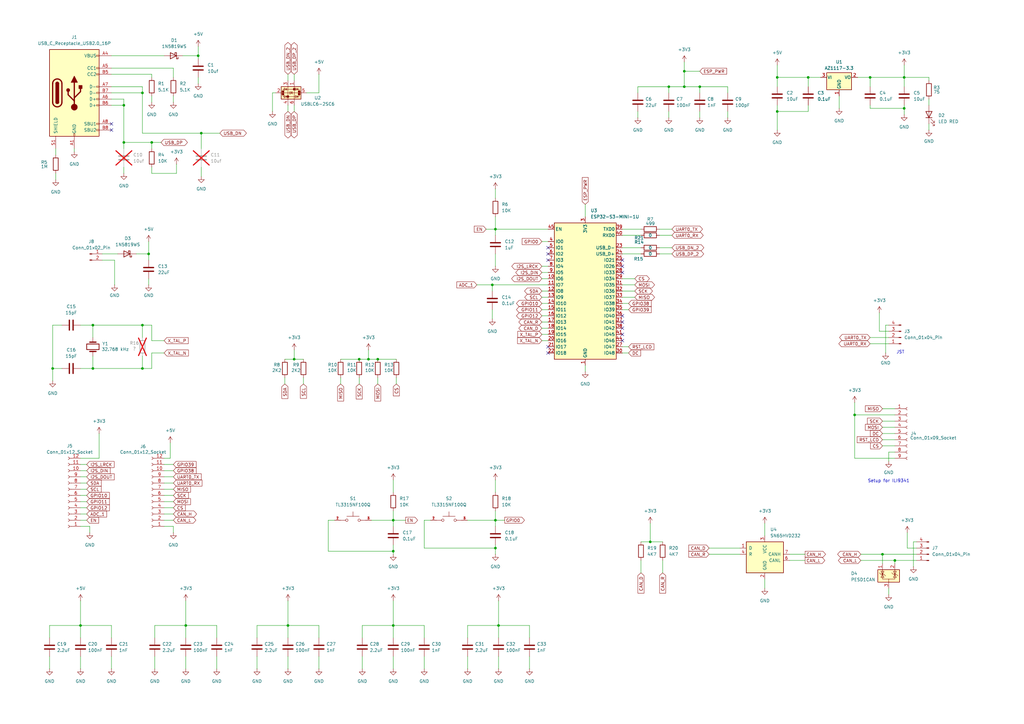
<source format=kicad_sch>
(kicad_sch (version 20231120) (generator "eeschema") (generator_version "8.0")
  (paper "A3")
  (title_block (title "FRISTACK_CORE") (company "KTK FRI UNIZA"))
  (junction (at 274.32 35.56))
  (junction (at 161.29 256.54))
  (junction (at 367.03 229.87))
  (junction (at 331.47 31.75))
  (junction (at 161.29 213.36))
  (junction (at 60.96 104.14))
  (junction (at 120.65 147.32))
  (junction (at 203.2 224.79))
  (junction (at 203.2 213.36))
  (junction (at 62.23 58.42))
  (junction (at 50.8 43.18))
  (junction (at 38.1 151.13))
  (junction (at 81.28 22.86))
  (junction (at 118.11 256.54))
  (junction (at 280.67 35.56))
  (junction (at 58.42 38.1))
  (junction (at 154.94 147.32))
  (junction (at 280.67 29.21))
  (junction (at 58.42 133.35))
  (junction (at 287.02 35.56))
  (junction (at 318.77 31.75))
  (junction (at 204.47 256.54))
  (junction (at 161.29 226.06))
  (junction (at 151.13 147.32))
  (junction (at 356.87 31.75))
  (junction (at 370.84 31.75))
  (junction (at 21.59 151.13))
  (junction (at 147.32 147.32))
  (junction (at 50.8 58.42))
  (junction (at 82.55 54.61))
  (junction (at 38.1 133.35))
  (junction (at 201.93 116.84))
  (junction (at 370.84 44.45))
  (junction (at 76.2 256.54))
  (junction (at 33.02 256.54))
  (junction (at 350.52 170.18))
  (junction (at 203.2 93.98))
  (junction (at 58.42 151.13))
  (junction (at 361.95 227.33))
  (junction (at 318.77 45.72))
  (junction (at 266.7 222.25))
  (no_connect (at 45.72 50.8))
  (no_connect (at 224.79 101.6))
  (no_connect (at 255.27 109.22))
  (no_connect (at 224.79 106.68))
  (no_connect (at 255.27 137.16))
  (no_connect (at 224.79 104.14))
  (no_connect (at 255.27 129.54))
  (no_connect (at 255.27 139.7))
  (no_connect (at 255.27 106.68))
  (no_connect (at 255.27 132.08))
  (no_connect (at 255.27 134.62))
  (no_connect (at 45.72 53.34))
  (no_connect (at 224.79 142.24))
  (no_connect (at 224.79 144.78))
  (no_connect (at 255.27 111.76))
  (wire (pts (xy 161.29 256.54) (xy 161.29 261.62)))
  (wire (pts (xy 161.29 196.85) (xy 161.29 201.93)))
  (wire (pts (xy 137.16 213.36) (xy 134.62 213.36)))
  (wire (pts (xy 21.59 133.35) (xy 21.59 151.13)))
  (wire (pts (xy 191.77 269.24) (xy 191.77 274.32)))
  (wire (pts (xy 130.81 261.62) (xy 130.81 256.54)))
  (wire (pts (xy 204.47 256.54) (xy 204.47 261.62)))
  (wire (pts (xy 374.65 222.25) (xy 375.92 222.25)))
  (wire (pts (xy 45.72 38.1) (xy 58.42 38.1)))
  (wire (pts (xy 262.89 229.87) (xy 262.89 234.95)))
  (wire (pts (xy 33.02 208.28) (xy 35.56 208.28)))
  (wire (pts (xy 67.31 203.2) (xy 71.12 203.2)))
  (wire (pts (xy 148.59 256.54) (xy 161.29 256.54)))
  (wire (pts (xy 33.02 215.9) (xy 36.83 215.9)))
  (wire (pts (xy 351.79 31.75) (xy 356.87 31.75)))
  (wire (pts (xy 203.2 213.36) (xy 203.2 215.9)))
  (wire (pts (xy 270.51 101.6) (xy 275.59 101.6)))
  (wire (pts (xy 45.72 40.64) (xy 50.8 40.64)))
  (wire (pts (xy 270.51 104.14) (xy 275.59 104.14)))
  (wire (pts (xy 45.72 30.48) (xy 62.23 30.48)))
  (wire (pts (xy 173.99 224.79) (xy 203.2 224.79)))
  (wire (pts (xy 203.2 104.14) (xy 203.2 109.22)))
  (wire (pts (xy 287.02 38.1) (xy 287.02 35.56)))
  (wire (pts (xy 67.31 144.78) (xy 62.23 144.78)))
  (wire (pts (xy 33.02 269.24) (xy 33.02 274.32)))
  (wire (pts (xy 118.11 43.18) (xy 118.11 45.72)))
  (wire (pts (xy 50.8 71.12) (xy 50.8 68.58)))
  (wire (pts (xy 76.2 246.38) (xy 76.2 256.54)))
  (wire (pts (xy 361.95 175.26) (xy 367.03 175.26)))
  (wire (pts (xy 222.25 109.22) (xy 224.79 109.22)))
  (wire (pts (xy 111.76 38.1) (xy 111.76 45.72)))
  (wire (pts (xy 203.2 93.98) (xy 203.2 88.9)))
  (wire (pts (xy 313.69 214.63) (xy 313.69 219.71)))
  (wire (pts (xy 222.25 132.08) (xy 224.79 132.08)))
  (wire (pts (xy 50.8 60.96) (xy 50.8 58.42)))
  (wire (pts (xy 217.17 269.24) (xy 217.17 274.32)))
  (wire (pts (xy 38.1 151.13) (xy 58.42 151.13)))
  (wire (pts (xy 46.99 106.68) (xy 46.99 116.84)))
  (wire (pts (xy 67.31 213.36) (xy 71.12 213.36)))
  (wire (pts (xy 195.58 116.84) (xy 201.93 116.84)))
  (wire (pts (xy 191.77 213.36) (xy 203.2 213.36)))
  (wire (pts (xy 88.9 261.62) (xy 88.9 256.54)))
  (wire (pts (xy 33.02 190.5) (xy 35.56 190.5)))
  (wire (pts (xy 173.99 213.36) (xy 173.99 224.79)))
  (wire (pts (xy 360.68 128.27) (xy 360.68 135.89)))
  (wire (pts (xy 255.27 119.38) (xy 260.35 119.38)))
  (wire (pts (xy 120.65 30.48) (xy 120.65 33.02)))
  (wire (pts (xy 33.02 256.54) (xy 33.02 261.62)))
  (wire (pts (xy 60.96 104.14) (xy 60.96 106.68)))
  (wire (pts (xy 38.1 133.35) (xy 58.42 133.35)))
  (wire (pts (xy 161.29 213.36) (xy 161.29 215.9)))
  (wire (pts (xy 71.12 215.9) (xy 71.12 218.44)))
  (wire (pts (xy 113.03 38.1) (xy 111.76 38.1)))
  (wire (pts (xy 120.65 45.72) (xy 120.65 43.18)))
  (wire (pts (xy 105.41 261.62) (xy 105.41 256.54)))
  (wire (pts (xy 33.02 195.58) (xy 35.56 195.58)))
  (wire (pts (xy 222.25 139.7) (xy 224.79 139.7)))
  (wire (pts (xy 116.84 147.32) (xy 120.65 147.32)))
  (wire (pts (xy 323.85 227.33) (xy 330.2 227.33)))
  (wire (pts (xy 45.72 269.24) (xy 45.72 274.32)))
  (wire (pts (xy 298.45 45.72) (xy 298.45 48.26)))
  (wire (pts (xy 69.85 181.61) (xy 69.85 187.96)))
  (wire (pts (xy 67.31 187.96) (xy 69.85 187.96)))
  (wire (pts (xy 203.2 93.98) (xy 203.2 96.52)))
  (wire (pts (xy 361.95 180.34) (xy 367.03 180.34)))
  (wire (pts (xy 45.72 35.56) (xy 58.42 35.56)))
  (wire (pts (xy 255.27 144.78) (xy 257.81 144.78)))
  (wire (pts (xy 62.23 144.78) (xy 62.23 151.13)))
  (wire (pts (xy 176.53 213.36) (xy 173.99 213.36)))
  (wire (pts (xy 203.2 196.85) (xy 203.2 201.93)))
  (wire (pts (xy 361.95 167.64) (xy 367.03 167.64)))
  (wire (pts (xy 162.56 154.94) (xy 162.56 157.48)))
  (wire (pts (xy 255.27 101.6) (xy 262.89 101.6)))
  (wire (pts (xy 151.13 147.32) (xy 154.94 147.32)))
  (wire (pts (xy 74.93 22.86) (xy 81.28 22.86)))
  (wire (pts (xy 45.72 27.94) (xy 71.12 27.94)))
  (wire (pts (xy 361.95 227.33) (xy 361.95 231.14)))
  (wire (pts (xy 203.2 224.79) (xy 203.2 227.33)))
  (wire (pts (xy 222.25 137.16) (xy 224.79 137.16)))
  (wire (pts (xy 261.62 45.72) (xy 261.62 48.26)))
  (wire (pts (xy 173.99 261.62) (xy 173.99 256.54)))
  (wire (pts (xy 67.31 208.28) (xy 71.12 208.28)))
  (wire (pts (xy 255.27 127) (xy 257.81 127)))
  (wire (pts (xy 22.86 71.12) (xy 22.86 73.66)))
  (wire (pts (xy 222.25 99.06) (xy 224.79 99.06)))
  (wire (pts (xy 118.11 256.54) (xy 130.81 256.54)))
  (wire (pts (xy 130.81 38.1) (xy 130.81 30.48)))
  (wire (pts (xy 350.52 170.18) (xy 367.03 170.18)))
  (wire (pts (xy 45.72 22.86) (xy 67.31 22.86)))
  (wire (pts (xy 118.11 30.48) (xy 118.11 33.02)))
  (wire (pts (xy 20.32 261.62) (xy 20.32 256.54)))
  (wire (pts (xy 360.68 135.89) (xy 364.49 135.89)))
  (wire (pts (xy 161.29 223.52) (xy 161.29 226.06)))
  (wire (pts (xy 33.02 193.04) (xy 35.56 193.04)))
  (wire (pts (xy 50.8 40.64) (xy 50.8 43.18)))
  (wire (pts (xy 139.7 147.32) (xy 147.32 147.32)))
  (wire (pts (xy 356.87 31.75) (xy 356.87 35.56)))
  (wire (pts (xy 255.27 121.92) (xy 260.35 121.92)))
  (wire (pts (xy 367.03 229.87) (xy 367.03 231.14)))
  (wire (pts (xy 105.41 269.24) (xy 105.41 274.32)))
  (wire (pts (xy 364.49 133.35) (xy 363.22 133.35)))
  (wire (pts (xy 350.52 187.96) (xy 367.03 187.96)))
  (wire (pts (xy 201.93 116.84) (xy 224.79 116.84)))
  (wire (pts (xy 67.31 200.66) (xy 71.12 200.66)))
  (wire (pts (xy 222.25 127) (xy 224.79 127)))
  (wire (pts (xy 381 50.8) (xy 381 53.34)))
  (wire (pts (xy 261.62 38.1) (xy 261.62 35.56)))
  (wire (pts (xy 367.03 229.87) (xy 375.92 229.87)))
  (wire (pts (xy 36.83 215.9) (xy 36.83 218.44)))
  (wire (pts (xy 67.31 210.82) (xy 71.12 210.82)))
  (wire (pts (xy 134.62 226.06) (xy 161.29 226.06)))
  (wire (pts (xy 161.29 226.06) (xy 161.29 227.33)))
  (wire (pts (xy 118.11 256.54) (xy 118.11 261.62)))
  (wire (pts (xy 222.25 121.92) (xy 224.79 121.92)))
  (wire (pts (xy 318.77 45.72) (xy 331.47 45.72)))
  (wire (pts (xy 372.11 218.44) (xy 372.11 224.79)))
  (wire (pts (xy 280.67 29.21) (xy 287.02 29.21)))
  (wire (pts (xy 62.23 30.48) (xy 62.23 31.75)))
  (wire (pts (xy 71.12 39.37) (xy 71.12 41.91)))
  (wire (pts (xy 331.47 31.75) (xy 336.55 31.75)))
  (wire (pts (xy 71.12 27.94) (xy 71.12 31.75)))
  (wire (pts (xy 50.8 58.42) (xy 62.23 58.42)))
  (wire (pts (xy 151.13 147.32) (xy 147.32 147.32)))
  (wire (pts (xy 58.42 146.05) (xy 58.42 151.13)))
  (wire (pts (xy 266.7 222.25) (xy 271.78 222.25)))
  (wire (pts (xy 240.03 149.86) (xy 240.03 152.4)))
  (wire (pts (xy 255.27 114.3) (xy 260.35 114.3)))
  (wire (pts (xy 67.31 139.7) (xy 62.23 139.7)))
  (wire (pts (xy 67.31 190.5) (xy 71.12 190.5)))
  (wire (pts (xy 350.52 165.1) (xy 350.52 170.18)))
  (wire (pts (xy 313.69 237.49) (xy 313.69 241.3)))
  (wire (pts (xy 105.41 256.54) (xy 118.11 256.54)))
  (wire (pts (xy 364.49 185.42) (xy 364.49 189.23)))
  (wire (pts (xy 255.27 104.14) (xy 262.89 104.14)))
  (wire (pts (xy 46.99 106.68) (xy 41.91 106.68)))
  (wire (pts (xy 41.91 104.14) (xy 48.26 104.14)))
  (wire (pts (xy 361.95 182.88) (xy 367.03 182.88)))
  (wire (pts (xy 173.99 269.24) (xy 173.99 274.32)))
  (wire (pts (xy 372.11 224.79) (xy 375.92 224.79)))
  (wire (pts (xy 134.62 213.36) (xy 134.62 226.06)))
  (wire (pts (xy 33.02 133.35) (xy 38.1 133.35)))
  (wire (pts (xy 274.32 35.56) (xy 280.67 35.56)))
  (wire (pts (xy 33.02 205.74) (xy 35.56 205.74)))
  (wire (pts (xy 30.48 60.96) (xy 30.48 62.23)))
  (wire (pts (xy 270.51 93.98) (xy 275.59 93.98)))
  (wire (pts (xy 203.2 209.55) (xy 203.2 213.36)))
  (wire (pts (xy 203.2 213.36) (xy 207.01 213.36)))
  (wire (pts (xy 33.02 200.66) (xy 35.56 200.66)))
  (wire (pts (xy 20.32 269.24) (xy 20.32 274.32)))
  (wire (pts (xy 240.03 83.82) (xy 240.03 88.9)))
  (wire (pts (xy 38.1 138.43) (xy 38.1 133.35)))
  (wire (pts (xy 62.23 58.42) (xy 62.23 60.96)))
  (wire (pts (xy 33.02 203.2) (xy 35.56 203.2)))
  (wire (pts (xy 290.83 224.79) (xy 303.53 224.79)))
  (wire (pts (xy 72.39 71.12) (xy 72.39 67.31)))
  (wire (pts (xy 353.06 227.33) (xy 361.95 227.33)))
  (wire (pts (xy 261.62 35.56) (xy 274.32 35.56)))
  (wire (pts (xy 120.65 147.32) (xy 120.65 143.51)))
  (wire (pts (xy 63.5 269.24) (xy 63.5 274.32)))
  (wire (pts (xy 270.51 96.52) (xy 275.59 96.52)))
  (wire (pts (xy 38.1 151.13) (xy 38.1 146.05)))
  (wire (pts (xy 262.89 222.25) (xy 266.7 222.25)))
  (wire (pts (xy 58.42 35.56) (xy 58.42 38.1)))
  (wire (pts (xy 62.23 133.35) (xy 58.42 133.35)))
  (wire (pts (xy 76.2 256.54) (xy 76.2 261.62)))
  (wire (pts (xy 45.72 43.18) (xy 50.8 43.18)))
  (wire (pts (xy 67.31 198.12) (xy 71.12 198.12)))
  (wire (pts (xy 21.59 151.13) (xy 21.59 156.21)))
  (wire (pts (xy 55.88 104.14) (xy 60.96 104.14)))
  (wire (pts (xy 25.4 133.35) (xy 21.59 133.35)))
  (wire (pts (xy 118.11 246.38) (xy 118.11 256.54)))
  (wire (pts (xy 76.2 256.54) (xy 88.9 256.54)))
  (wire (pts (xy 222.25 124.46) (xy 224.79 124.46)))
  (wire (pts (xy 331.47 31.75) (xy 331.47 35.56)))
  (wire (pts (xy 367.03 185.42) (xy 364.49 185.42)))
  (wire (pts (xy 58.42 38.1) (xy 58.42 54.61)))
  (wire (pts (xy 67.31 215.9) (xy 71.12 215.9)))
  (wire (pts (xy 76.2 269.24) (xy 76.2 274.32)))
  (wire (pts (xy 287.02 45.72) (xy 287.02 48.26)))
  (wire (pts (xy 356.87 43.18) (xy 356.87 44.45)))
  (wire (pts (xy 204.47 269.24) (xy 204.47 274.32)))
  (wire (pts (xy 148.59 261.62) (xy 148.59 256.54)))
  (wire (pts (xy 318.77 26.67) (xy 318.77 31.75)))
  (wire (pts (xy 344.17 39.37) (xy 344.17 44.45)))
  (wire (pts (xy 118.11 269.24) (xy 118.11 274.32)))
  (wire (pts (xy 82.55 68.58) (xy 82.55 72.39)))
  (wire (pts (xy 45.72 261.62) (xy 45.72 256.54)))
  (wire (pts (xy 255.27 142.24) (xy 257.81 142.24)))
  (wire (pts (xy 356.87 138.43) (xy 364.49 138.43)))
  (wire (pts (xy 203.2 77.47) (xy 203.2 81.28)))
  (wire (pts (xy 139.7 154.94) (xy 139.7 157.48)))
  (wire (pts (xy 201.93 116.84) (xy 201.93 119.38)))
  (wire (pts (xy 161.29 269.24) (xy 161.29 274.32)))
  (wire (pts (xy 33.02 198.12) (xy 35.56 198.12)))
  (wire (pts (xy 161.29 213.36) (xy 166.37 213.36)))
  (wire (pts (xy 88.9 269.24) (xy 88.9 274.32)))
  (wire (pts (xy 323.85 229.87) (xy 330.2 229.87)))
  (wire (pts (xy 331.47 45.72) (xy 331.47 43.18)))
  (wire (pts (xy 363.22 133.35) (xy 363.22 144.78)))
  (wire (pts (xy 204.47 256.54) (xy 217.17 256.54)))
  (wire (pts (xy 203.2 223.52) (xy 203.2 224.79)))
  (wire (pts (xy 154.94 147.32) (xy 162.56 147.32)))
  (wire (pts (xy 151.13 143.51) (xy 151.13 147.32)))
  (wire (pts (xy 318.77 45.72) (xy 318.77 53.34)))
  (wire (pts (xy 81.28 22.86) (xy 81.28 19.05)))
  (wire (pts (xy 60.96 114.3) (xy 60.96 116.84)))
  (wire (pts (xy 50.8 43.18) (xy 50.8 58.42)))
  (wire (pts (xy 370.84 26.67) (xy 370.84 31.75)))
  (wire (pts (xy 62.23 58.42) (xy 66.04 58.42)))
  (wire (pts (xy 40.64 187.96) (xy 40.64 177.8)))
  (wire (pts (xy 222.25 129.54) (xy 224.79 129.54)))
  (wire (pts (xy 60.96 104.14) (xy 60.96 99.06)))
  (wire (pts (xy 280.67 29.21) (xy 280.67 35.56)))
  (wire (pts (xy 298.45 38.1) (xy 298.45 35.56)))
  (wire (pts (xy 154.94 154.94) (xy 154.94 157.48)))
  (wire (pts (xy 82.55 54.61) (xy 82.55 60.96)))
  (wire (pts (xy 199.39 93.98) (xy 203.2 93.98)))
  (wire (pts (xy 280.67 35.56) (xy 287.02 35.56)))
  (wire (pts (xy 152.4 213.36) (xy 161.29 213.36)))
  (wire (pts (xy 361.95 227.33) (xy 375.92 227.33)))
  (wire (pts (xy 33.02 210.82) (xy 35.56 210.82)))
  (wire (pts (xy 370.84 31.75) (xy 370.84 35.56)))
  (wire (pts (xy 33.02 246.38) (xy 33.02 256.54)))
  (wire (pts (xy 124.46 154.94) (xy 124.46 157.48)))
  (wire (pts (xy 161.29 209.55) (xy 161.29 213.36)))
  (wire (pts (xy 147.32 154.94) (xy 147.32 157.48)))
  (wire (pts (xy 370.84 43.18) (xy 370.84 44.45)))
  (wire (pts (xy 353.06 229.87) (xy 367.03 229.87)))
  (wire (pts (xy 201.93 127) (xy 201.93 130.81)))
  (wire (pts (xy 81.28 31.75) (xy 81.28 34.29)))
  (wire (pts (xy 116.84 154.94) (xy 116.84 157.48)))
  (wire (pts (xy 318.77 43.18) (xy 318.77 45.72)))
  (wire (pts (xy 148.59 269.24) (xy 148.59 274.32)))
  (wire (pts (xy 120.65 147.32) (xy 124.46 147.32)))
  (wire (pts (xy 255.27 96.52) (xy 262.89 96.52)))
  (wire (pts (xy 33.02 187.96) (xy 40.64 187.96)))
  (wire (pts (xy 364.49 241.3) (xy 364.49 243.84)))
  (wire (pts (xy 82.55 54.61) (xy 90.17 54.61)))
  (wire (pts (xy 222.25 119.38) (xy 224.79 119.38)))
  (wire (pts (xy 217.17 261.62) (xy 217.17 256.54)))
  (wire (pts (xy 161.29 246.38) (xy 161.29 256.54)))
  (wire (pts (xy 381 40.64) (xy 381 43.18)))
  (wire (pts (xy 356.87 140.97) (xy 364.49 140.97)))
  (wire (pts (xy 62.23 39.37) (xy 62.23 41.91)))
  (wire (pts (xy 67.31 193.04) (xy 71.12 193.04)))
  (wire (pts (xy 224.79 93.98) (xy 203.2 93.98)))
  (wire (pts (xy 33.02 256.54) (xy 45.72 256.54)))
  (wire (pts (xy 318.77 31.75) (xy 318.77 35.56)))
  (wire (pts (xy 67.31 195.58) (xy 71.12 195.58)))
  (wire (pts (xy 381 33.02) (xy 381 31.75)))
  (wire (pts (xy 20.32 256.54) (xy 33.02 256.54)))
  (wire (pts (xy 62.23 71.12) (xy 72.39 71.12)))
  (wire (pts (xy 191.77 261.62) (xy 191.77 256.54)))
  (wire (pts (xy 370.84 44.45) (xy 370.84 46.99)))
  (wire (pts (xy 81.28 22.86) (xy 81.28 24.13)))
  (wire (pts (xy 63.5 256.54) (xy 76.2 256.54)))
  (wire (pts (xy 22.86 60.96) (xy 22.86 63.5)))
  (wire (pts (xy 62.23 151.13) (xy 58.42 151.13)))
  (wire (pts (xy 266.7 222.25) (xy 266.7 214.63)))
  (wire (pts (xy 255.27 116.84) (xy 260.35 116.84)))
  (wire (pts (xy 255.27 124.46) (xy 257.81 124.46)))
  (wire (pts (xy 130.81 269.24) (xy 130.81 274.32)))
  (wire (pts (xy 274.32 35.56) (xy 274.32 38.1)))
  (wire (pts (xy 58.42 133.35) (xy 58.42 138.43)))
  (wire (pts (xy 361.95 177.8) (xy 367.03 177.8)))
  (wire (pts (xy 318.77 31.75) (xy 331.47 31.75)))
  (wire (pts (xy 356.87 31.75) (xy 370.84 31.75)))
  (wire (pts (xy 125.73 38.1) (xy 130.81 38.1)))
  (wire (pts (xy 222.25 111.76) (xy 224.79 111.76)))
  (wire (pts (xy 33.02 213.36) (xy 35.56 213.36)))
  (wire (pts (xy 63.5 261.62) (xy 63.5 256.54)))
  (wire (pts (xy 58.42 54.61) (xy 82.55 54.61)))
  (wire (pts (xy 161.29 256.54) (xy 173.99 256.54)))
  (wire (pts (xy 271.78 229.87) (xy 271.78 234.95)))
  (wire (pts (xy 374.65 232.41) (xy 374.65 222.25)))
  (wire (pts (xy 191.77 256.54) (xy 204.47 256.54)))
  (wire (pts (xy 255.27 93.98) (xy 262.89 93.98)))
  (wire (pts (xy 21.59 151.13) (xy 25.4 151.13)))
  (wire (pts (xy 33.02 151.13) (xy 38.1 151.13)))
  (wire (pts (xy 361.95 172.72) (xy 367.03 172.72)))
  (wire (pts (xy 67.31 205.74) (xy 71.12 205.74)))
  (wire (pts (xy 280.67 25.4) (xy 280.67 29.21)))
  (wire (pts (xy 356.87 44.45) (xy 370.84 44.45)))
  (wire (pts (xy 204.47 246.38) (xy 204.47 256.54)))
  (wire (pts (xy 62.23 139.7) (xy 62.23 133.35)))
  (wire (pts (xy 62.23 68.58) (xy 62.23 71.12)))
  (wire (pts (xy 298.45 35.56) (xy 287.02 35.56)))
  (wire (pts (xy 222.25 114.3) (xy 224.79 114.3)))
  (wire (pts (xy 381 31.75) (xy 370.84 31.75)))
  (wire (pts (xy 290.83 227.33) (xy 303.53 227.33)))
  (wire (pts (xy 222.25 134.62) (xy 224.79 134.62)))
  (wire (pts (xy 274.32 45.72) (xy 274.32 48.26)))
  (wire (pts (xy 350.52 187.96) (xy 350.52 170.18)))
  (text "JST\n" (at 369.316 144.526 0) (effects (font (size 1.27 1.27))))
  (text "Setup for ILI9341\n" (at 364.49 197.358 0) (effects (font (size 1.27 1.27))))
  (global_label "CAN_H" (shape output) (at 330.2 227.33 0) (property "Intersheetrefs" "${INTERSHEET_REFS}" (effects (hide yes))))
  (global_label "SCL" (shape input) (at 124.46 157.48 270) (property "Intersheetrefs" "${INTERSHEET_REFS}" (effects (hide yes))))
  (global_label "USB_DN" (shape bidirectional) (at 90.17 54.61 0) (property "Intersheetrefs" "${INTERSHEET_REFS}" (effects (hide yes))))
  (global_label "CAN_R" (shape input) (at 271.78 234.95 270) (property "Intersheetrefs" "${INTERSHEET_REFS}" (effects (hide yes))))
  (global_label "UART0_TX" (shape input) (at 71.12 195.58 0) (property "Intersheetrefs" "${INTERSHEET_REFS}" (effects (hide yes))))
  (global_label "EN" (shape output) (at 166.37 213.36 0) (property "Intersheetrefs" "${INTERSHEET_REFS}" (effects (hide yes))))
  (global_label "UART0_RX" (shape bidirectional) (at 275.59 96.52 0) (property "Intersheetrefs" "${INTERSHEET_REFS}" (effects (hide yes))))
  (global_label "I2S_LRCK" (shape bidirectional) (at 222.25 109.22 180) (property "Intersheetrefs" "${INTERSHEET_REFS}" (effects (hide yes))))
  (global_label "RST_LCD" (shape input) (at 361.95 180.34 180) (property "Intersheetrefs" "${INTERSHEET_REFS}" (effects (hide yes))))
  (global_label "ADC_1" (shape input) (at 195.58 116.84 180) (property "Intersheetrefs" "${INTERSHEET_REFS}" (effects (hide yes))))
  (global_label "USB_DP_2" (shape bidirectional) (at 120.65 30.48 90) (property "Intersheetrefs" "${INTERSHEET_REFS}" (effects (hide yes))))
  (global_label "GPIO38" (shape input) (at 257.81 124.46 0) (property "Intersheetrefs" "${INTERSHEET_REFS}" (effects (hide yes))))
  (global_label "CAN_L" (shape bidirectional) (at 353.06 229.87 180) (property "Intersheetrefs" "${INTERSHEET_REFS}" (effects (hide yes))))
  (global_label "GPIO11" (shape bidirectional) (at 222.25 127 180) (property "Intersheetrefs" "${INTERSHEET_REFS}" (effects (hide yes))))
  (global_label "USB_DN_2" (shape bidirectional) (at 275.59 101.6 0) (property "Intersheetrefs" "${INTERSHEET_REFS}" (effects (hide yes))))
  (global_label "CAN_L" (shape bidirectional) (at 71.12 213.36 0) (property "Intersheetrefs" "${INTERSHEET_REFS}" (effects (hide yes))))
  (global_label "MOSI" (shape bidirectional) (at 260.35 116.84 0) (property "Intersheetrefs" "${INTERSHEET_REFS}" (effects (hide yes))))
  (global_label "CS" (shape input) (at 71.12 208.28 0) (property "Intersheetrefs" "${INTERSHEET_REFS}" (effects (hide yes))))
  (global_label "CAN_R" (shape input) (at 290.83 227.33 180) (property "Intersheetrefs" "${INTERSHEET_REFS}" (effects (hide yes))))
  (global_label "SCL" (shape bidirectional) (at 222.25 121.92 180) (property "Intersheetrefs" "${INTERSHEET_REFS}" (effects (hide yes))))
  (global_label "GPIO10" (shape bidirectional) (at 222.25 124.46 180) (property "Intersheetrefs" "${INTERSHEET_REFS}" (effects (hide yes))))
  (global_label "GPIO38" (shape input) (at 71.12 193.04 0) (property "Intersheetrefs" "${INTERSHEET_REFS}" (effects (hide yes))))
  (global_label "EN" (shape input) (at 35.56 213.36 0) (property "Intersheetrefs" "${INTERSHEET_REFS}" (effects (hide yes))))
  (global_label "CAN_D" (shape bidirectional) (at 222.25 134.62 180) (property "Intersheetrefs" "${INTERSHEET_REFS}" (effects (hide yes))))
  (global_label "GPIO12" (shape bidirectional) (at 222.25 129.54 180) (property "Intersheetrefs" "${INTERSHEET_REFS}" (effects (hide yes))))
  (global_label "SDA" (shape input) (at 35.56 198.12 0) (property "Intersheetrefs" "${INTERSHEET_REFS}" (effects (hide yes))))
  (global_label "UART0_RX" (shape input) (at 71.12 198.12 0) (property "Intersheetrefs" "${INTERSHEET_REFS}" (effects (hide yes))))
  (global_label "CAN_D" (shape input) (at 262.89 234.95 270) (property "Intersheetrefs" "${INTERSHEET_REFS}" (effects (hide yes))))
  (global_label "CS" (shape input) (at 162.56 157.48 270) (property "Intersheetrefs" "${INTERSHEET_REFS}" (effects (hide yes))))
  (global_label "GPIO11" (shape input) (at 35.56 205.74 0) (property "Intersheetrefs" "${INTERSHEET_REFS}" (effects (hide yes))))
  (global_label "MISO" (shape input) (at 361.95 167.64 180) (property "Intersheetrefs" "${INTERSHEET_REFS}" (effects (hide yes))))
  (global_label "MISO" (shape input) (at 139.7 157.48 270) (property "Intersheetrefs" "${INTERSHEET_REFS}" (effects (hide yes))))
  (global_label "ESP_PWR" (shape input) (at 287.02 29.21 0) (property "Intersheetrefs" "${INTERSHEET_REFS}" (effects (hide yes))))
  (global_label "X_TAL_P" (shape input) (at 67.31 139.7 0) (property "Intersheetrefs" "${INTERSHEET_REFS}" (effects (hide yes))))
  (global_label "CS" (shape input) (at 361.95 182.88 180) (property "Intersheetrefs" "${INTERSHEET_REFS}" (effects (hide yes))))
  (global_label "ESP_PWR" (shape input) (at 240.03 83.82 90) (property "Intersheetrefs" "${INTERSHEET_REFS}" (effects (hide yes))))
  (global_label "SCK" (shape bidirectional) (at 260.35 119.38 0) (property "Intersheetrefs" "${INTERSHEET_REFS}" (effects (hide yes))))
  (global_label "SCK" (shape input) (at 147.32 157.48 270) (property "Intersheetrefs" "${INTERSHEET_REFS}" (effects (hide yes))))
  (global_label "USB_DP" (shape bidirectional) (at 66.04 58.42 0) (property "Intersheetrefs" "${INTERSHEET_REFS}" (effects (hide yes))))
  (global_label "MOSI" (shape input) (at 361.95 175.26 180) (property "Intersheetrefs" "${INTERSHEET_REFS}" (effects (hide yes))))
  (global_label "GPIO12" (shape input) (at 35.56 208.28 0) (property "Intersheetrefs" "${INTERSHEET_REFS}" (effects (hide yes))))
  (global_label "SCK" (shape input) (at 361.95 172.72 180) (property "Intersheetrefs" "${INTERSHEET_REFS}" (effects (hide yes))))
  (global_label "X_TAL_N" (shape input) (at 222.25 139.7 180) (property "Intersheetrefs" "${INTERSHEET_REFS}" (effects (hide yes))))
  (global_label "MOSI" (shape input) (at 154.94 157.48 270) (property "Intersheetrefs" "${INTERSHEET_REFS}" (effects (hide yes))))
  (global_label "CAN_L" (shape output) (at 330.2 229.87 0) (property "Intersheetrefs" "${INTERSHEET_REFS}" (effects (hide yes))))
  (global_label "SCK" (shape input) (at 71.12 203.2 0) (property "Intersheetrefs" "${INTERSHEET_REFS}" (effects (hide yes))))
  (global_label "I2S_DIN" (shape bidirectional) (at 222.25 111.76 180) (property "Intersheetrefs" "${INTERSHEET_REFS}" (effects (hide yes))))
  (global_label "DC" (shape input) (at 361.95 177.8 180) (property "Intersheetrefs" "${INTERSHEET_REFS}" (effects (hide yes))))
  (global_label "GPIO10" (shape input) (at 35.56 203.2 0) (property "Intersheetrefs" "${INTERSHEET_REFS}" (effects (hide yes))))
  (global_label "I2S_LRCK" (shape input) (at 35.56 190.5 0) (property "Intersheetrefs" "${INTERSHEET_REFS}" (effects (hide yes))))
  (global_label "X_TAL_P" (shape input) (at 222.25 137.16 180) (property "Intersheetrefs" "${INTERSHEET_REFS}" (effects (hide yes))))
  (global_label "DC" (shape input) (at 257.81 144.78 0) (property "Intersheetrefs" "${INTERSHEET_REFS}" (effects (hide yes))))
  (global_label "USB_DN_2" (shape bidirectional) (at 118.11 30.48 90) (property "Intersheetrefs" "${INTERSHEET_REFS}" (effects (hide yes))))
  (global_label "GPIO0" (shape output) (at 207.01 213.36 0) (property "Intersheetrefs" "${INTERSHEET_REFS}" (effects (hide yes))))
  (global_label "CAN_R" (shape bidirectional) (at 222.25 132.08 180) (property "Intersheetrefs" "${INTERSHEET_REFS}" (effects (hide yes))))
  (global_label "CS" (shape bidirectional) (at 260.35 114.3 0) (property "Intersheetrefs" "${INTERSHEET_REFS}" (effects (hide yes))))
  (global_label "UART0_TX" (shape bidirectional) (at 275.59 93.98 0) (property "Intersheetrefs" "${INTERSHEET_REFS}" (effects (hide yes))))
  (global_label "I2S_DOUT" (shape bidirectional) (at 222.25 114.3 180) (property "Intersheetrefs" "${INTERSHEET_REFS}" (effects (hide yes))))
  (global_label "SDA" (shape bidirectional) (at 222.25 119.38 180) (property "Intersheetrefs" "${INTERSHEET_REFS}" (effects (hide yes))))
  (global_label "UART0_TX" (shape bidirectional) (at 356.87 138.43 180) (property "Intersheetrefs" "${INTERSHEET_REFS}" (effects (hide yes))))
  (global_label "RST_LCD" (shape input) (at 257.81 142.24 0) (property "Intersheetrefs" "${INTERSHEET_REFS}" (effects (hide yes))))
  (global_label "USB_DN" (shape bidirectional) (at 118.11 45.72 270) (property "Intersheetrefs" "${INTERSHEET_REFS}" (effects (hide yes))))
  (global_label "MISO" (shape bidirectional) (at 260.35 121.92 0) (property "Intersheetrefs" "${INTERSHEET_REFS}" (effects (hide yes))))
  (global_label "UART0_RX" (shape bidirectional) (at 356.87 140.97 180) (property "Intersheetrefs" "${INTERSHEET_REFS}" (effects (hide yes))))
  (global_label "USB_DP" (shape bidirectional) (at 120.65 45.72 270) (property "Intersheetrefs" "${INTERSHEET_REFS}" (effects (hide yes))))
  (global_label "CAN_H" (shape bidirectional) (at 71.12 210.82 0) (property "Intersheetrefs" "${INTERSHEET_REFS}" (effects (hide yes))))
  (global_label "EN" (shape input) (at 199.39 93.98 180) (property "Intersheetrefs" "${INTERSHEET_REFS}" (effects (hide yes))))
  (global_label "X_TAL_N" (shape input) (at 67.31 144.78 0) (property "Intersheetrefs" "${INTERSHEET_REFS}" (effects (hide yes))))
  (global_label "MISO" (shape input) (at 71.12 200.66 0) (property "Intersheetrefs" "${INTERSHEET_REFS}" (effects (hide yes))))
  (global_label "GPIO39" (shape input) (at 257.81 127 0) (property "Intersheetrefs" "${INTERSHEET_REFS}" (effects (hide yes))))
  (global_label "I2S_DIN" (shape input) (at 35.56 193.04 0) (property "Intersheetrefs" "${INTERSHEET_REFS}" (effects (hide yes))))
  (global_label "I2S_DOUT" (shape input) (at 35.56 195.58 0) (property "Intersheetrefs" "${INTERSHEET_REFS}" (effects (hide yes))))
  (global_label "CAN_H" (shape bidirectional) (at 353.06 227.33 180) (property "Intersheetrefs" "${INTERSHEET_REFS}" (effects (hide yes))))
  (global_label "ADC_1" (shape input) (at 35.56 210.82 0) (property "Intersheetrefs" "${INTERSHEET_REFS}" (effects (hide yes))))
  (global_label "MOSI" (shape input) (at 71.12 205.74 0) (property "Intersheetrefs" "${INTERSHEET_REFS}" (effects (hide yes))))
  (global_label "USB_DP_2" (shape bidirectional) (at 275.59 104.14 0) (property "Intersheetrefs" "${INTERSHEET_REFS}" (effects (hide yes))))
  (global_label "GPIO39" (shape input) (at 71.12 190.5 0) (property "Intersheetrefs" "${INTERSHEET_REFS}" (effects (hide yes))))
  (global_label "SCL" (shape input) (at 35.56 200.66 0) (property "Intersheetrefs" "${INTERSHEET_REFS}" (effects (hide yes))))
  (global_label "CAN_D" (shape input) (at 290.83 224.79 180) (property "Intersheetrefs" "${INTERSHEET_REFS}" (effects (hide yes))))
  (global_label "SDA" (shape input) (at 116.84 157.48 270) (property "Intersheetrefs" "${INTERSHEET_REFS}" (effects (hide yes))))
  (global_label "GPIO0" (shape input) (at 222.25 99.06 180) (property "Intersheetrefs" "${INTERSHEET_REFS}" (effects (hide yes))))
  (symbol (lib_id "power:+3V3") (at 313.69 214.63 0) (unit 1)
    (property "Reference" "#PWR042" (effects (hide yes)))
    (property "Value" "+3V3" (at 313.69 209.55 0))
    (property "Description" "Power symbol creates a global label with name \"+3V3\"" (effects (hide yes)))
  )
  (symbol (lib_id "power:+3V3") (at 203.2 77.47 0) (unit 1)
    (property "Reference" "#PWR023" (effects (hide yes)))
    (property "Value" "+3V3" (at 203.2 72.39 0))
    (property "Description" "Power symbol creates a global label with name \"+3V3\"" (effects (hide yes)))
  )
  (symbol (lib_id "Connector:Conn_01x02_Pin") (at 36.83 104.14 0) (unit 1)
    (property "Reference" "J8" (at 37.465 99.06 0))
    (property "Value" "Conn_01x02_Pin" (at 37.465 101.6 0))
    (property "Footprint" "Connector_JST:JST_PH_S2B-PH-K_1x02_P2.00mm_Horizontal" (effects (hide yes)))
    (property "Description" "Generic connector, single row, 01x02, script generated" (effects (hide yes)))
  )
  (symbol (lib_id "power:GND") (at 173.99 274.32 0) (unit 1)
    (property "Reference" "#PWR067" (effects (hide yes)))
    (property "Value" "GND" (at 173.99 279.4 0))
    (property "Description" "Power symbol creates a global label with name \"GND\" , ground" (effects (hide yes)))
  )
  (symbol (lib_id "Device:C") (at 173.99 265.43 0) (unit 1)
    (property "Reference" "C30" (at 177.038 264.16 0) (effects (justify left)))
    (property "Value" "1nF" (at 177.038 266.7 0) (effects (justify left)))
    (property "Footprint" "Capacitor_SMD:C_0603_1608Metric" (effects (hide yes)))
    (property "Description" "Unpolarized capacitor" (effects (hide yes)))
  )
  (symbol (lib_id "Device:R") (at 139.7 151.13 180) (unit 1)
    (property "Reference" "R10" (at 136.398 149.606 0))
    (property "Value" "10K" (at 136.398 151.892 0))
    (property "Footprint" "Resistor_SMD:R_0603_1608Metric" (effects (hide yes)))
    (property "Description" "Resistor" (effects (hide yes)))
  )
  (symbol (lib_id "power:+3V3") (at 40.64 177.8 0) (unit 1)
    (property "Reference" "#PWR038" (effects (hide yes)))
    (property "Value" "+3V3" (at 40.64 172.72 0))
    (property "Description" "Power symbol creates a global label with name \"+3V3\"" (effects (hide yes)))
  )
  (symbol (lib_id "Device:C") (at 20.32 265.43 0) (unit 1)
    (property "Reference" "C19" (at 23.368 264.16 0) (effects (justify left)))
    (property "Value" "2.2uF" (at 23.368 266.7 0) (effects (justify left)))
    (property "Footprint" "Capacitor_SMD:C_0603_1608Metric" (effects (hide yes)))
    (property "Description" "Unpolarized capacitor" (effects (hide yes)))
  )
  (symbol (lib_id "power:GND") (at 381 53.34 0) (unit 1)
    (property "Reference" "#PWR017" (effects (hide yes)))
    (property "Value" "GND" (at 381 57.912 0))
    (property "Description" "Power symbol creates a global label with name \"GND\" , ground" (effects (hide yes)))
  )
  (symbol (lib_id "power:GND") (at 30.48 62.23 0) (unit 1)
    (property "Reference" "#PWR018" (effects (hide yes)))
    (property "Value" "GND" (at 30.48 67.31 0))
    (property "Description" "Power symbol creates a global label with name \"GND\" , ground" (effects (hide yes)))
  )
  (symbol (lib_id "power:GND") (at 203.2 227.33 0) (unit 1)
    (property "Reference" "#PWR047" (effects (hide yes)))
    (property "Value" "GND" (at 203.2 232.41 0))
    (property "Description" "Power symbol creates a global label with name \"GND\" , ground" (effects (hide yes)))
  )
  (symbol (lib_id "Device:C") (at 161.29 265.43 0) (unit 1)
    (property "Reference" "C29" (at 164.338 264.16 0) (effects (justify left)))
    (property "Value" "100nF" (at 164.338 266.7 0) (effects (justify left)))
    (property "Footprint" "Capacitor_SMD:C_0603_1608Metric" (effects (hide yes)))
    (property "Description" "Unpolarized capacitor" (effects (hide yes)))
  )
  (symbol (lib_id "power:+3V3") (at 120.65 143.51 0) (unit 1)
    (property "Reference" "#PWR025" (effects (hide yes)))
    (property "Value" "+3V3" (at 120.65 138.43 0))
    (property "Description" "Power symbol creates a global label with name \"+3V3\"" (effects (hide yes)))
  )
  (symbol (lib_id "Device:C") (at 331.47 39.37 0) (unit 1)
    (property "Reference" "C3" (at 335.28 38.0999 0) (effects (justify left)))
    (property "Value" "0.1uF" (at 335.28 40.6399 0) (effects (justify left)))
    (property "Footprint" "Capacitor_SMD:C_0603_1608Metric" (effects (hide yes)))
    (property "Description" "Unpolarized capacitor" (effects (hide yes)))
  )
  (symbol (lib_id "power:GND") (at 130.81 274.32 0) (unit 1)
    (property "Reference" "#PWR064" (effects (hide yes)))
    (property "Value" "GND" (at 130.81 279.4 0))
    (property "Description" "Power symbol creates a global label with name \"GND\" , ground" (effects (hide yes)))
  )
  (symbol (lib_id "Device:R") (at 71.12 35.56 0) (unit 1)
    (property "Reference" "R2" (at 73.66 34.2899 0) (effects (justify left)))
    (property "Value" "5.1K" (at 73.66 36.8299 0) (effects (justify left)))
    (property "Footprint" "Resistor_SMD:R_0603_1608Metric" (effects (hide yes)))
    (property "Description" "Resistor" (effects (hide yes)))
  )
  (symbol (lib_id "Device:R") (at 203.2 85.09 0) (unit 1)
    (property "Reference" "R6" (at 205.74 83.8199 0) (effects (justify left)))
    (property "Value" "10K" (at 205.74 86.3599 0) (effects (justify left)))
    (property "Footprint" "Resistor_SMD:R_0603_1608Metric" (effects (hide yes)))
    (property "Description" "Resistor" (effects (hide yes)))
  )
  (symbol (lib_id "Device:R") (at 266.7 101.6 90) (unit 1)
    (property "Reference" "R14" (at 262.128 99.314 90))
    (property "Value" "0" (at 266.7 101.6 90))
    (property "Footprint" "Resistor_SMD:R_0603_1608Metric" (effects (hide yes)))
    (property "Description" "Resistor" (effects (hide yes)))
  )
  (symbol (lib_id "power:GND") (at 76.2 274.32 0) (unit 1)
    (property "Reference" "#PWR060" (effects (hide yes)))
    (property "Value" "GND" (at 76.2 279.4 0))
    (property "Description" "Power symbol creates a global label with name \"GND\" , ground" (effects (hide yes)))
  )
  (symbol (lib_id "Device:C") (at 63.5 265.43 0) (unit 1)
    (property "Reference" "C22" (at 66.548 264.16 0) (effects (justify left)))
    (property "Value" "2.2uF" (at 66.548 266.7 0) (effects (justify left)))
    (property "Footprint" "Capacitor_SMD:C_0603_1608Metric" (effects (hide yes)))
    (property "Description" "Unpolarized capacitor" (effects (hide yes)))
  )
  (symbol (lib_id "Device:R") (at 266.7 96.52 90) (unit 1)
    (property "Reference" "R21" (at 262.128 97.536 90))
    (property "Value" "0" (at 266.7 96.52 90))
    (property "Footprint" "Resistor_SMD:R_0603_1608Metric" (effects (hide yes)))
    (property "Description" "Resistor" (effects (hide yes)))
  )
  (symbol (lib_id "power:GND") (at 33.02 274.32 0) (unit 1)
    (property "Reference" "#PWR057" (effects (hide yes)))
    (property "Value" "GND" (at 33.02 279.4 0))
    (property "Description" "Power symbol creates a global label with name \"GND\" , ground" (effects (hide yes)))
  )
  (symbol (lib_id "power:+5V") (at 318.77 26.67 0) (unit 1)
    (property "Reference" "#PWR03" (effects (hide yes)))
    (property "Value" "+5V" (at 318.77 21.59 0))
    (property "Description" "Power symbol creates a global label with name \"+5V\"" (effects (hide yes)))
  )
  (symbol (lib_id "Device:C") (at 148.59 265.43 0) (unit 1)
    (property "Reference" "C28" (at 151.638 264.16 0) (effects (justify left)))
    (property "Value" "2.2uF" (at 151.638 266.7 0) (effects (justify left)))
    (property "Footprint" "Capacitor_SMD:C_0603_1608Metric" (effects (hide yes)))
    (property "Description" "Unpolarized capacitor" (effects (hide yes)))
  )
  (symbol (lib_id "Regulator_Linear:AZ1117-3.3") (at 344.17 31.75 0) (unit 1)
    (property "Reference" "U1" (at 344.17 25.4 0))
    (property "Value" "AZ1117-3.3" (at 344.17 27.94 0))
    (property "Footprint" "Package_TO_SOT_SMD:SOT-223" (effects (hide yes)))
    (property "Datasheet" "https://www.diodes.com/assets/Datasheets/AZ1117.pdf" (effects (hide yes)))
    (property "Description" "1A 20V Fixed LDO Linear Regulator, 3.3V, SOT-89/SOT-223/TO-220/TO-252/TO-263" (effects (hide yes)))
  )
  (symbol (lib_id "power:GND") (at 274.32 48.26 0) (unit 1)
    (property "Reference" "#PWR013" (effects (hide yes)))
    (property "Value" "GND" (at 274.32 53.34 0))
    (property "Description" "Power symbol creates a global label with name \"GND\" , ground" (effects (hide yes)))
  )
  (symbol (lib_id "Device:C") (at 203.2 100.33 0) (unit 1)
    (property "Reference" "C12" (at 207.01 99.0599 0) (effects (justify left)))
    (property "Value" "1uF" (at 207.01 101.5999 0) (effects (justify left)))
    (property "Footprint" "Capacitor_SMD:C_0603_1608Metric" (effects (hide yes)))
    (property "Description" "Unpolarized capacitor" (effects (hide yes)))
  )
  (symbol (lib_id "Device:R") (at 124.46 151.13 180) (unit 1)
    (property "Reference" "R9" (at 121.412 149.606 0))
    (property "Value" "2K2" (at 121.412 151.892 0))
    (property "Footprint" "Resistor_SMD:R_0603_1608Metric" (effects (hide yes)))
    (property "Description" "Resistor" (effects (hide yes)))
  )
  (symbol (lib_id "power:+5V") (at 81.28 19.05 0) (unit 1)
    (property "Reference" "#PWR01" (effects (hide yes)))
    (property "Value" "+5V" (at 81.28 13.97 0))
    (property "Description" "Power symbol creates a global label with name \"+5V\"" (effects (hide yes)))
  )
  (symbol (lib_id "Device:LED") (at 381 46.99 90) (unit 1)
    (property "Reference" "D2" (at 384.81 47.3074 90) (effects (justify right)))
    (property "Value" "LED RED" (at 384.81 49.8474 90) (effects (justify right)))
    (property "Footprint" "LED_SMD:LED_0805_2012Metric" (effects (hide yes)))
    (property "Description" "Light emitting diode" (effects (hide yes)))
  )
  (symbol (lib_id "Device:C") (at 50.8 64.77 0) (unit 1) (dnp yes)
    (property "Reference" "C10" (at 54.61 63.4999 0) (effects (justify left)))
    (property "Value" "10uf" (at 54.61 66.0399 0) (effects (justify left)))
    (property "Footprint" "Capacitor_SMD:C_0603_1608Metric" (effects (hide yes)))
    (property "Description" "Unpolarized capacitor" (effects (hide yes)))
  )
  (symbol (lib_id "power:GND") (at 313.69 241.3 0) (unit 1)
    (property "Reference" "#PWR048" (effects (hide yes)))
    (property "Value" "GND" (at 313.69 246.38 0))
    (property "Description" "Power symbol creates a global label with name \"GND\" , ground" (effects (hide yes)))
  )
  (symbol (lib_id "Interface_CAN_LIN:SN65HVD232") (at 313.69 227.33 0) (unit 1)
    (property "Reference" "U4" (at 315.8841 217.17 0) (effects (justify left)))
    (property "Value" "SN65HVD232" (at 315.8841 219.71 0) (effects (justify left)))
    (property "Footprint" "Package_SO:SOIC-8_3.9x4.9mm_P1.27mm" (effects (hide yes)))
    (property "Datasheet" "http://www.ti.com/lit/ds/symlink/sn65hvd230.pdf" (effects (hide yes)))
    (property "Description" "CAN Bus Transceivers, 3.3V, 1Mbps, SOIC-8" (effects (hide yes)))
  )
  (symbol (lib_id "power:+3V3") (at 72.39 67.31 0) (unit 1)
    (property "Reference" "#PWR019" (effects (hide yes)))
    (property "Value" "+3V3" (at 72.39 62.23 0))
    (property "Description" "Power symbol creates a global label with name \"+3V3\"" (effects (hide yes)))
  )
  (symbol (lib_id "power:GND") (at 370.84 46.99 0) (unit 1)
    (property "Reference" "#PWR011" (effects (hide yes)))
    (property "Value" "GND" (at 370.84 52.07 0))
    (property "Description" "Power symbol creates a global label with name \"GND\" , ground" (effects (hide yes)))
  )
  (symbol (lib_id "Diode:1N5819WS") (at 71.12 22.86 180) (unit 1)
    (property "Reference" "D1" (at 71.4375 16.51 0))
    (property "Value" "1N5819WS" (at 71.4375 19.05 0))
    (property "Footprint" "Diode_SMD:D_SOD-323" (effects (hide yes)))
    (property "Datasheet" "https://datasheet.lcsc.com/lcsc/2204281430_Guangdong-Hottech-1N5819WS_C191023.pdf" (effects (hide yes)))
    (property "Description" "40V 600mV@1A 1A SOD-323 Schottky Barrier Diodes, SOD-323" (effects (hide yes)))
  )
  (symbol (lib_id "power:GND") (at 161.29 227.33 0) (unit 1)
    (property "Reference" "#PWR046" (effects (hide yes)))
    (property "Value" "GND" (at 161.29 232.41 0))
    (property "Description" "Power symbol creates a global label with name \"GND\" , ground" (effects (hide yes)))
  )
  (symbol (lib_id "Device:C") (at 105.41 265.43 0) (unit 1)
    (property "Reference" "C25" (at 108.458 264.16 0) (effects (justify left)))
    (property "Value" "2.2uF" (at 108.458 266.7 0) (effects (justify left)))
    (property "Footprint" "Capacitor_SMD:C_0603_1608Metric" (effects (hide yes)))
    (property "Description" "Unpolarized capacitor" (effects (hide yes)))
  )
  (symbol (lib_id "Device:C") (at 88.9 265.43 0) (unit 1)
    (property "Reference" "C24" (at 91.948 264.16 0) (effects (justify left)))
    (property "Value" "1nF" (at 91.948 266.7 0) (effects (justify left)))
    (property "Footprint" "Capacitor_SMD:C_0603_1608Metric" (effects (hide yes)))
    (property "Description" "Unpolarized capacitor" (effects (hide yes)))
  )
  (symbol (lib_id "power:+3V3") (at 360.68 128.27 0) (unit 1)
    (property "Reference" "#PWR027" (effects (hide yes)))
    (property "Value" "+3V3" (at 360.68 123.19 0))
    (property "Description" "Power symbol creates a global label with name \"+3V3\"" (effects (hide yes)))
  )
  (symbol (lib_id "power:GND") (at 36.83 218.44 0) (unit 1)
    (property "Reference" "#PWR043" (effects (hide yes)))
    (property "Value" "GND" (at 36.83 223.52 0))
    (property "Description" "Power symbol creates a global label with name \"GND\" , ground" (effects (hide yes)))
  )
  (symbol (lib_id "Connector:Conn_01x04_Pin") (at 369.57 138.43 180) (unit 1)
    (property "Reference" "J3" (at 370.84 135.8899 0) (effects (justify right)))
    (property "Value" "Conn_01x04_Pin" (at 370.84 138.4299 0) (effects (justify right)))
    (property "Footprint" "Connector_JST:JST_PH_S4B-PH-K_1x04_P2.00mm_Horizontal" (effects (hide yes)))
    (property "Description" "Generic connector, single row, 01x04, script generated" (effects (hide yes)))
  )
  (symbol (lib_id "Device:C") (at 370.84 39.37 0) (unit 1)
    (property "Reference" "C5" (at 374.65 38.0999 0) (effects (justify left)))
    (property "Value" "10uF" (at 374.65 40.6399 0) (effects (justify left)))
    (property "Footprint" "Capacitor_SMD:C_0603_1608Metric" (effects (hide yes)))
    (property "Description" "Unpolarized capacitor" (effects (hide yes)))
  )
  (symbol (lib_id "Connector:Conn_01x12_Socket") (at 27.94 203.2 180) (unit 1)
    (property "Reference" "J5" (at 28.575 182.88 0))
    (property "Value" "Conn_01x12_Socket" (at 28.575 185.42 0))
    (property "Footprint" "Connector_PinSocket_2.54mm:PinSocket_1x12_P2.54mm_Vertical" (effects (hide yes)))
    (property "Description" "Generic connector, single row, 01x12, script generated" (effects (hide yes)))
  )
  (symbol (lib_id "Device:C") (at 161.29 219.71 0) (unit 1)
    (property "Reference" "C17" (at 165.1 218.4399 0) (effects (justify left)))
    (property "Value" "0.1uF" (at 165.1 220.9799 0) (effects (justify left)))
    (property "Footprint" "Capacitor_SMD:C_0603_1608Metric" (effects (hide yes)))
    (property "Description" "Unpolarized capacitor" (effects (hide yes)))
  )
  (symbol (lib_id "Device:C") (at 81.28 27.94 0) (unit 1)
    (property "Reference" "C1" (at 85.09 26.6699 0) (effects (justify left)))
    (property "Value" "10uf" (at 85.09 29.2099 0) (effects (justify left)))
    (property "Footprint" "Capacitor_SMD:C_0603_1608Metric" (effects (hide yes)))
    (property "Description" "Unpolarized capacitor" (effects (hide yes)))
  )
  (symbol (lib_id "Device:R") (at 62.23 35.56 180) (unit 1)
    (property "Reference" "R1" (at 64.77 34.2899 0) (effects (justify right)))
    (property "Value" "5.1K" (at 64.77 36.8299 0) (effects (justify right)))
    (property "Footprint" "Resistor_SMD:R_0603_1608Metric" (effects (hide yes)))
    (property "Description" "Resistor" (effects (hide yes)))
  )
  (symbol (lib_id "power:+3V3") (at 118.11 246.38 0) (unit 1)
    (property "Reference" "#PWR053" (effects (hide yes)))
    (property "Value" "+3V3" (at 118.11 241.3 0))
    (property "Description" "Power symbol creates a global label with name \"+3V3\"" (effects (hide yes)))
  )
  (symbol (lib_id "power:GND") (at 344.17 44.45 0) (unit 1)
    (property "Reference" "#PWR09" (effects (hide yes)))
    (property "Value" "GND" (at 344.17 49.53 0))
    (property "Description" "Power symbol creates a global label with name \"GND\" , ground" (effects (hide yes)))
  )
  (symbol (lib_id "power:GND") (at 21.59 156.21 0) (unit 1)
    (property "Reference" "#PWR035" (effects (hide yes)))
    (property "Value" "GND" (at 21.59 161.29 0))
    (property "Description" "Power symbol creates a global label with name \"GND\" , ground" (effects (hide yes)))
  )
  (symbol (lib_id "power:GND") (at 363.22 144.78 0) (unit 1)
    (property "Reference" "#PWR031" (effects (hide yes)))
    (property "Value" "GND" (at 363.22 148.844 0))
    (property "Description" "Power symbol creates a global label with name \"GND\" , ground" (effects (hide yes)))
  )
  (symbol (lib_id "Device:R") (at 62.23 64.77 0) (unit 1)
    (property "Reference" "R4" (at 64.77 63.4999 0) (effects (justify left)))
    (property "Value" "10K" (at 64.77 66.0399 0) (effects (justify left)))
    (property "Footprint" "Resistor_SMD:R_0603_1608Metric" (effects (hide yes)))
    (property "Description" "Resistor" (effects (hide yes)))
  )
  (symbol (lib_id "power:GND") (at 81.28 34.29 0) (unit 1)
    (property "Reference" "#PWR06" (effects (hide yes)))
    (property "Value" "GND" (at 81.28 39.37 0))
    (property "Description" "Power symbol creates a global label with name \"GND\" , ground" (effects (hide yes)))
  )
  (symbol (lib_id "power:+3V3") (at 372.11 218.44 0) (unit 1)
    (property "Reference" "#PWR045" (effects (hide yes)))
    (property "Value" "+3V3" (at 372.11 213.36 0))
    (property "Description" "Power symbol creates a global label with name \"+3V3\"" (effects (hide yes)))
  )
  (symbol (lib_id "User_imports:TL3315NF100Q") (at 184.15 213.36 0) (unit 1)
    (property "Reference" "S2" (at 184.15 204.47 0))
    (property "Value" "TL3315NF100Q" (at 184.15 207.01 0))
    (property "Footprint" "User_imports:SW_TL3315NF100Q" (effects (hide yes)))
    (property "MF" "E-Switch" (effects (hide yes)))
    (property "Description_1" "\n                        \n                            Tactile Switch SPST-NO Top Actuated Surface Mount\n                        \n" (effects (hide yes)))
    (property "Package" "None" (effects (hide yes)))
    (property "Price" "None" (effects (hide yes)))
    (property "Check_prices" "https://www.snapeda.com/parts/TL3315NF100Q/E-Switch/view-part/?ref=eda" (effects (hide yes)))
    (property "SnapEDA_Link" "https://www.snapeda.com/parts/TL3315NF100Q/E-Switch/view-part/?ref=snap" (effects (hide yes)))
    (property "MP" "TL3315NF100Q" (effects (hide yes)))
    (property "Availability" "In Stock" (effects (hide yes)))
    (property "Purchase-URL" "https://pricing.snapeda.com/search/part/TL3315NF100Q/?ref=eda" (effects (hide yes)))
  )
  (symbol (lib_id "Connector:Conn_01x12_Socket") (at 62.23 203.2 180) (unit 1)
    (property "Reference" "J6" (at 58.674 183.134 0))
    (property "Value" "Conn_01x12_Socket" (at 58.674 185.42 0))
    (property "Footprint" "Connector_PinSocket_2.54mm:PinSocket_1x12_P2.54mm_Vertical" (effects (hide yes)))
    (property "Description" "Generic connector, single row, 01x12, script generated" (effects (hide yes)))
  )
  (symbol (lib_id "Device:C") (at 29.21 133.35 90) (unit 1)
    (property "Reference" "C15" (at 29.21 125.73 90))
    (property "Value" "15pF" (at 29.21 128.27 90))
    (property "Footprint" "Capacitor_SMD:C_0603_1608Metric" (effects (hide yes)))
    (property "Description" "Unpolarized capacitor" (effects (hide yes)))
  )
  (symbol (lib_id "Device:C") (at 356.87 39.37 0) (unit 1)
    (property "Reference" "C4" (at 360.68 38.0999 0) (effects (justify left)))
    (property "Value" "0.1uF" (at 360.68 40.6399 0) (effects (justify left)))
    (property "Footprint" "Capacitor_SMD:C_0603_1608Metric" (effects (hide yes)))
    (property "Description" "Unpolarized capacitor" (effects (hide yes)))
  )
  (symbol (lib_id "Device:R") (at 266.7 104.14 90) (unit 1)
    (property "Reference" "R15" (at 261.874 106.172 90))
    (property "Value" "0" (at 266.7 104.14 90))
    (property "Footprint" "Resistor_SMD:R_0603_1608Metric" (effects (hide yes)))
    (property "Description" "Resistor" (effects (hide yes)))
  )
  (symbol (lib_id "Device:C") (at 261.62 41.91 0) (unit 1)
    (property "Reference" "C6" (at 264.668 40.64 0) (effects (justify left)))
    (property "Value" "22uF" (at 264.668 43.18 0) (effects (justify left)))
    (property "Footprint" "Capacitor_SMD:C_0603_1608Metric" (effects (hide yes)))
    (property "Description" "Unpolarized capacitor" (effects (hide yes)))
  )
  (symbol (lib_id "power:GND") (at 261.62 48.26 0) (unit 1)
    (property "Reference" "#PWR012" (effects (hide yes)))
    (property "Value" "GND" (at 261.62 53.34 0))
    (property "Description" "Power symbol creates a global label with name \"GND\" , ground" (effects (hide yes)))
  )
  (symbol (lib_id "power:GND") (at 364.49 243.84 0) (unit 1)
    (property "Reference" "#PWR050" (effects (hide yes)))
    (property "Value" "GND" (at 364.49 248.92 0))
    (property "Description" "Power symbol creates a global label with name \"GND\" , ground" (effects (hide yes)))
  )
  (symbol (lib_id "power:GND") (at 71.12 218.44 0) (unit 1)
    (property "Reference" "#PWR044" (effects (hide yes)))
    (property "Value" "GND" (at 71.12 223.52 0))
    (property "Description" "Power symbol creates a global label with name \"GND\" , ground" (effects (hide yes)))
  )
  (symbol (lib_id "power:+3V3") (at 151.13 143.51 0) (unit 1)
    (property "Reference" "#PWR026" (effects (hide yes)))
    (property "Value" "+3V3" (at 151.13 138.43 0))
    (property "Description" "Power symbol creates a global label with name \"+3V3\"" (effects (hide yes)))
  )
  (symbol (lib_id "power:GND") (at 374.65 232.41 0) (unit 1)
    (property "Reference" "#PWR049" (effects (hide yes)))
    (property "Value" "GND" (at 374.65 237.49 0))
    (property "Description" "Power symbol creates a global label with name \"GND\" , ground" (effects (hide yes)))
  )
  (symbol (lib_id "Device:C") (at 76.2 265.43 0) (unit 1)
    (property "Reference" "C23" (at 79.248 264.16 0) (effects (justify left)))
    (property "Value" "100nF" (at 79.248 266.7 0) (effects (justify left)))
    (property "Footprint" "Capacitor_SMD:C_0603_1608Metric" (effects (hide yes)))
    (property "Description" "Unpolarized capacitor" (effects (hide yes)))
  )
  (symbol (lib_id "Device:R") (at 58.42 142.24 180) (unit 1) (dnp yes)
    (property "Reference" "R16" (at 55.118 140.716 0))
    (property "Value" "?" (at 55.118 143.002 0))
    (property "Footprint" "Resistor_SMD:R_0603_1608Metric" (effects (hide yes)))
    (property "Description" "Resistor" (effects (hide yes)))
  )
  (symbol (lib_id "power:+3V3") (at 280.67 25.4 0) (unit 1)
    (property "Reference" "#PWR02" (effects (hide yes)))
    (property "Value" "+3V3" (at 280.67 20.32 0))
    (property "Description" "Power symbol creates a global label with name \"+3V3\"" (effects (hide yes)))
  )
  (symbol (lib_id "Device:R") (at 116.84 151.13 180) (unit 1)
    (property "Reference" "R8" (at 113.538 149.606 0))
    (property "Value" "2K2" (at 113.538 151.892 0))
    (property "Footprint" "Resistor_SMD:R_0603_1608Metric" (effects (hide yes)))
    (property "Description" "Resistor" (effects (hide yes)))
  )
  (symbol (lib_id "power:GND") (at 287.02 48.26 0) (unit 1)
    (property "Reference" "#PWR014" (effects (hide yes)))
    (property "Value" "GND" (at 287.02 53.34 0))
    (property "Description" "Power symbol creates a global label with name \"GND\" , ground" (effects (hide yes)))
  )
  (symbol (lib_id "power:GND") (at 217.17 274.32 0) (unit 1)
    (property "Reference" "#PWR070" (effects (hide yes)))
    (property "Value" "GND" (at 217.17 279.4 0))
    (property "Description" "Power symbol creates a global label with name \"GND\" , ground" (effects (hide yes)))
  )
  (symbol (lib_id "power:GND") (at 148.59 274.32 0) (unit 1)
    (property "Reference" "#PWR065" (effects (hide yes)))
    (property "Value" "GND" (at 148.59 279.4 0))
    (property "Description" "Power symbol creates a global label with name \"GND\" , ground" (effects (hide yes)))
  )
  (symbol (lib_id "power:GND") (at 364.49 189.23 0) (unit 1)
    (property "Reference" "#PWR036" (effects (hide yes)))
    (property "Value" "GND" (at 364.49 193.802 0))
    (property "Description" "Power symbol creates a global label with name \"GND\" , ground" (effects (hide yes)))
  )
  (symbol (lib_id "power:+5V") (at 69.85 181.61 0) (unit 1)
    (property "Reference" "#PWR037" (effects (hide yes)))
    (property "Value" "+5V" (at 69.85 176.53 0))
    (property "Description" "Power symbol creates a global label with name \"+5V\"" (effects (hide yes)))
  )
  (symbol (lib_id "Device:C") (at 287.02 41.91 0) (unit 1)
    (property "Reference" "C8" (at 290.068 40.64 0) (effects (justify left)))
    (property "Value" "1nF" (at 290.068 43.18 0) (effects (justify left)))
    (property "Footprint" "Capacitor_SMD:C_0603_1608Metric" (effects (hide yes)))
    (property "Description" "Unpolarized capacitor" (effects (hide yes)))
  )
  (symbol (lib_id "power:GND") (at 46.99 116.84 0) (unit 1)
    (property "Reference" "#PWR029" (effects (hide yes)))
    (property "Value" "GND" (at 46.99 121.158 0))
    (property "Description" "Power symbol creates a global label with name \"GND\" , ground" (effects (hide yes)))
  )
  (symbol (lib_id "Device:C") (at 298.45 41.91 0) (unit 1)
    (property "Reference" "C9" (at 301.498 40.64 0) (effects (justify left)))
    (property "Value" "100pF" (at 301.498 43.18 0) (effects (justify left)))
    (property "Footprint" "Capacitor_SMD:C_0603_1608Metric" (effects (hide yes)))
    (property "Description" "Unpolarized capacitor" (effects (hide yes)))
  )
  (symbol (lib_id "Device:R") (at 203.2 205.74 0) (unit 1)
    (property "Reference" "R18" (at 205.74 204.4699 0) (effects (justify left)))
    (property "Value" "10K" (at 205.74 207.0099 0) (effects (justify left)))
    (property "Footprint" "Resistor_SMD:R_0603_1608Metric" (effects (hide yes)))
    (property "Description" "Resistor" (effects (hide yes)))
  )
  (symbol (lib_id "power:GND") (at 62.23 41.91 0) (unit 1)
    (property "Reference" "#PWR07" (effects (hide yes)))
    (property "Value" "GND" (at 62.23 46.99 0))
    (property "Description" "Power symbol creates a global label with name \"GND\" , ground" (effects (hide yes)))
  )
  (symbol (lib_id "power:+5V") (at 33.02 246.38 0) (unit 1)
    (property "Reference" "#PWR051" (effects (hide yes)))
    (property "Value" "+5V" (at 33.02 241.3 0))
    (property "Description" "Power symbol creates a global label with name \"+5V\"" (effects (hide yes)))
  )
  (symbol (lib_id "Device:R") (at 147.32 151.13 180) (unit 1)
    (property "Reference" "R11" (at 144.272 149.606 0))
    (property "Value" "10K" (at 144.272 151.892 0))
    (property "Footprint" "Resistor_SMD:R_0603_1608Metric" (effects (hide yes)))
    (property "Description" "Resistor" (effects (hide yes)))
  )
  (symbol (lib_id "Connector:Conn_01x04_Pin") (at 381 227.33 180) (unit 1)
    (property "Reference" "J7" (at 382.27 224.7899 0) (effects (justify right)))
    (property "Value" "Conn_01x04_Pin" (at 382.27 227.3299 0) (effects (justify right)))
    (property "Footprint" "Connector_JST:JST_PH_S4B-PH-K_1x04_P2.00mm_Horizontal" (effects (hide yes)))
    (property "Description" "Generic connector, single row, 01x04, script generated" (effects (hide yes)))
  )
  (symbol (lib_id "Device:R") (at 22.86 67.31 0) (unit 1)
    (property "Reference" "R5" (at 16.764 66.548 0) (effects (justify left)))
    (property "Value" "1M" (at 16.764 68.326 0) (effects (justify left)))
    (property "Footprint" "Resistor_SMD:R_0603_1608Metric" (effects (hide yes)))
    (property "Description" "Resistor" (effects (hide yes)))
  )
  (symbol (lib_id "power:GND") (at 318.77 53.34 0) (unit 1)
    (property "Reference" "#PWR016" (effects (hide yes)))
    (property "Value" "GND" (at 318.77 58.42 0))
    (property "Description" "Power symbol creates a global label with name \"GND\" , ground" (effects (hide yes)))
  )
  (symbol (lib_id "power:GND") (at 20.32 274.32 0) (unit 1)
    (property "Reference" "#PWR056" (effects (hide yes)))
    (property "Value" "GND" (at 20.32 279.4 0))
    (property "Description" "Power symbol creates a global label with name \"GND\" , ground" (effects (hide yes)))
  )
  (symbol (lib_id "power:GND") (at 71.12 41.91 0) (unit 1)
    (property "Reference" "#PWR08" (effects (hide yes)))
    (property "Value" "GND" (at 71.12 46.99 0))
    (property "Description" "Power symbol creates a global label with name \"GND\" , ground" (effects (hide yes)))
  )
  (symbol (lib_id "power:GND") (at 161.29 274.32 0) (unit 1)
    (property "Reference" "#PWR066" (effects (hide yes)))
    (property "Value" "GND" (at 161.29 279.4 0))
    (property "Description" "Power symbol creates a global label with name \"GND\" , ground" (effects (hide yes)))
  )
  (symbol (lib_id "Connector:Conn_01x09_Socket") (at 372.11 177.8 0) (unit 1)
    (property "Reference" "J4" (at 374.65 177.8 0))
    (property "Value" "Conn_01x09_Socket" (at 382.778 179.578 0))
    (property "Footprint" "Connector_PinSocket_2.54mm:PinSocket_1x09_P2.54mm_Vertical" (effects (hide yes)))
    (property "Description" "Generic connector, single row, 01x09, script generated" (effects (hide yes)))
  )
  (symbol (lib_id "power:+3V3") (at 161.29 196.85 0) (unit 1)
    (property "Reference" "#PWR039" (effects (hide yes)))
    (property "Value" "+3V3" (at 161.29 191.77 0))
    (property "Description" "Power symbol creates a global label with name \"+3V3\"" (effects (hide yes)))
  )
  (symbol (lib_id "power:GND") (at 88.9 274.32 0) (unit 1)
    (property "Reference" "#PWR061" (effects (hide yes)))
    (property "Value" "GND" (at 88.9 279.4 0))
    (property "Description" "Power symbol creates a global label with name \"GND\" , ground" (effects (hide yes)))
  )
  (symbol (lib_id "Device:R") (at 271.78 226.06 0) (unit 1)
    (property "Reference" "R20" (at 274.32 224.7899 0) (effects (justify left)))
    (property "Value" "4K7" (at 274.32 227.3299 0) (effects (justify left)))
    (property "Footprint" "Resistor_SMD:R_0603_1608Metric" (effects (hide yes)))
    (property "Description" "Resistor" (effects (hide yes)))
  )
  (symbol (lib_id "Power_Protection:NUP2105L") (at 364.49 236.22 0) (unit 1)
    (property "Reference" "D4" (at 348.996 235.204 0) (effects (justify left)))
    (property "Value" "PESD1CAN" (at 348.996 237.744 0) (effects (justify left)))
    (property "Footprint" "Package_TO_SOT_SMD:SOT-23" (effects (hide yes)))
    (property "Datasheet" "https://www.onsemi.com/pub_link/Collateral/NUP2105L-D.PDF" (effects (hide yes)))
    (property "Description" "Dual Line CAN Bus Protector, 24Vrwm" (effects (hide yes)))
  )
  (symbol (lib_id "Device:C") (at 274.32 41.91 0) (unit 1)
    (property "Reference" "C7" (at 277.368 40.64 0) (effects (justify left)))
    (property "Value" "100nF" (at 277.368 43.18 0) (effects (justify left)))
    (property "Footprint" "Capacitor_SMD:C_0603_1608Metric" (effects (hide yes)))
    (property "Description" "Unpolarized capacitor" (effects (hide yes)))
  )
  (symbol (lib_id "Device:R") (at 266.7 93.98 90) (unit 1)
    (property "Reference" "R7" (at 266.7 89.916 90))
    (property "Value" "499" (at 266.7 91.694 90))
    (property "Footprint" "Resistor_SMD:R_0603_1608Metric" (effects (hide yes)))
    (property "Description" "Resistor" (effects (hide yes)))
  )
  (symbol (lib_id "User_imports:TL3315NF100Q") (at 144.78 213.36 0) (unit 1)
    (property "Reference" "S1" (at 144.78 204.47 0))
    (property "Value" "TL3315NF100Q" (at 144.78 207.01 0))
    (property "Footprint" "User_imports:SW_TL3315NF100Q" (effects (hide yes)))
    (property "MF" "E-Switch" (effects (hide yes)))
    (property "Description_1" "\n                        \n                            Tactile Switch SPST-NO Top Actuated Surface Mount\n                        \n" (effects (hide yes)))
    (property "Package" "None" (effects (hide yes)))
    (property "Price" "None" (effects (hide yes)))
    (property "Check_prices" "https://www.snapeda.com/parts/TL3315NF100Q/E-Switch/view-part/?ref=eda" (effects (hide yes)))
    (property "SnapEDA_Link" "https://www.snapeda.com/parts/TL3315NF100Q/E-Switch/view-part/?ref=snap" (effects (hide yes)))
    (property "MP" "TL3315NF100Q" (effects (hide yes)))
    (property "Availability" "In Stock" (effects (hide yes)))
    (property "Purchase-URL" "https://pricing.snapeda.com/search/part/TL3315NF100Q/?ref=eda" (effects (hide yes)))
  )
  (symbol (lib_id "power:+5V") (at 130.81 30.48 0) (unit 1)
    (property "Reference" "#PWR05" (effects (hide yes)))
    (property "Value" "+5V" (at 130.81 25.4 0))
    (property "Description" "Power symbol creates a global label with name \"+5V\"" (effects (hide yes)))
  )
  (symbol (lib_id "power:GND") (at 111.76 45.72 0) (unit 1)
    (property "Reference" "#PWR010" (effects (hide yes)))
    (property "Value" "GND" (at 111.76 50.8 0))
    (property "Description" "Power symbol creates a global label with name \"GND\" , ground" (effects (hide yes)))
  )
  (symbol (lib_id "Device:R") (at 162.56 151.13 180) (unit 1)
    (property "Reference" "R13" (at 159.512 149.606 0))
    (property "Value" "10K" (at 159.512 151.892 0))
    (property "Footprint" "Resistor_SMD:R_0603_1608Metric" (effects (hide yes)))
    (property "Description" "Resistor" (effects (hide yes)))
  )
  (symbol (lib_id "Device:C") (at 33.02 265.43 0) (unit 1)
    (property "Reference" "C20" (at 36.068 264.16 0) (effects (justify left)))
    (property "Value" "100nF" (at 36.068 266.7 0) (effects (justify left)))
    (property "Footprint" "Capacitor_SMD:C_0603_1608Metric" (effects (hide yes)))
    (property "Description" "Unpolarized capacitor" (effects (hide yes)))
  )
  (symbol (lib_id "power:+5V") (at 60.96 99.06 0) (unit 1)
    (property "Reference" "#PWR024" (effects (hide yes)))
    (property "Value" "+5V" (at 60.96 93.98 0))
    (property "Description" "Power symbol creates a global label with name \"+5V\"" (effects (hide yes)))
  )
  (symbol (lib_id "RF_Module:ESP32-S3-MINI-1U") (at 240.03 119.38 0) (unit 1)
    (property "Reference" "U3" (at 242.2241 86.36 0) (effects (justify left)))
    (property "Value" "ESP32-S3-MINI-1U" (at 242.2241 88.9 0) (effects (justify left)))
    (property "Footprint" "PCM_Espressif:ESP32-S3-MINI-1U" (effects (hide yes)))
    (property "Datasheet" "https://www.espressif.com/sites/default/files/documentation/esp32-s3-mini-1_mini-1u_datasheet_en.pdf" (effects (hide yes)))
    (property "Description" "RF Module, ESP32-S3 SoC, Wi-Fi 802.11b/g/n, Bluetooth, BLE, 32-bit, 3.3V, SMD, external antenna" (effects (hide yes)))
  )
  (symbol (lib_id "Device:Crystal") (at 38.1 142.24 90) (unit 1)
    (property "Reference" "Y1" (at 41.91 140.9699 90) (effects (justify right)))
    (property "Value" "32.768 kHz" (at 41.656 143.256 90) (effects (justify right)))
    (property "Footprint" "Crystal:Crystal_SMD_G8-2Pin_3.2x1.5mm" (effects (hide yes)))
    (property "Description" "Two pin crystal" (effects (hide yes)))
  )
  (symbol (lib_id "Diode:1N5819WS") (at 52.07 104.14 180) (unit 1)
    (property "Reference" "D3" (at 52.3875 97.79 0))
    (property "Value" "1N5819WS" (at 52.3875 100.33 0))
    (property "Footprint" "Diode_SMD:D_SOD-323" (effects (hide yes)))
    (property "Datasheet" "https://datasheet.lcsc.com/lcsc/2204281430_Guangdong-Hottech-1N5819WS_C191023.pdf" (effects (hide yes)))
    (property "Description" "40V 600mV@1A 1A SOD-323 Schottky Barrier Diodes, SOD-323" (effects (hide yes)))
  )
  (symbol (lib_id "Device:C") (at 204.47 265.43 0) (unit 1)
    (property "Reference" "C32" (at 207.518 264.16 0) (effects (justify left)))
    (property "Value" "100nF" (at 207.518 266.7 0) (effects (justify left)))
    (property "Footprint" "Capacitor_SMD:C_0603_1608Metric" (effects (hide yes)))
    (property "Description" "Unpolarized capacitor" (effects (hide yes)))
  )
  (symbol (lib_id "power:GND") (at 203.2 109.22 0) (unit 1)
    (property "Reference" "#PWR028" (effects (hide yes)))
    (property "Value" "GND" (at 203.2 114.3 0))
    (property "Description" "Power symbol creates a global label with name \"GND\" , ground" (effects (hide yes)))
  )
  (symbol (lib_id "Device:C") (at 118.11 265.43 0) (unit 1)
    (property "Reference" "C26" (at 121.158 264.16 0) (effects (justify left)))
    (property "Value" "100nF" (at 121.158 266.7 0) (effects (justify left)))
    (property "Footprint" "Capacitor_SMD:C_0603_1608Metric" (effects (hide yes)))
    (property "Description" "Unpolarized capacitor" (effects (hide yes)))
  )
  (symbol (lib_id "Device:R") (at 161.29 205.74 0) (unit 1)
    (property "Reference" "R17" (at 163.83 204.4699 0) (effects (justify left)))
    (property "Value" "10K" (at 163.83 207.0099 0) (effects (justify left)))
    (property "Footprint" "Resistor_SMD:R_0603_1608Metric" (effects (hide yes)))
    (property "Description" "Resistor" (effects (hide yes)))
  )
  (symbol (lib_id "power:GND") (at 240.03 152.4 0) (unit 1)
    (property "Reference" "#PWR034" (effects (hide yes)))
    (property "Value" "GND" (at 240.03 157.48 0))
    (property "Description" "Power symbol creates a global label with name \"GND\" , ground" (effects (hide yes)))
  )
  (symbol (lib_id "power:+3V3") (at 161.29 246.38 0) (unit 1)
    (property "Reference" "#PWR054" (effects (hide yes)))
    (property "Value" "+3V3" (at 161.29 241.3 0))
    (property "Description" "Power symbol creates a global label with name \"+3V3\"" (effects (hide yes)))
  )
  (symbol (lib_id "power:+3V3") (at 350.52 165.1 0) (unit 1)
    (property "Reference" "#PWR033" (effects (hide yes)))
    (property "Value" "+3V3" (at 350.52 160.02 0))
    (property "Description" "Power symbol creates a global label with name \"+3V3\"" (effects (hide yes)))
  )
  (symbol (lib_id "power:GND") (at 191.77 274.32 0) (unit 1)
    (property "Reference" "#PWR068" (effects (hide yes)))
    (property "Value" "GND" (at 191.77 279.4 0))
    (property "Description" "Power symbol creates a global label with name \"GND\" , ground" (effects (hide yes)))
  )
  (symbol (lib_id "Device:R") (at 381 36.83 0) (unit 1)
    (property "Reference" "R3" (at 384.175 35.941 0))
    (property "Value" "75" (at 384.175 37.719 0))
    (property "Footprint" "Resistor_SMD:R_0603_1608Metric" (effects (hide yes)))
    (property "Description" "Resistor" (effects (hide yes)))
  )
  (symbol (lib_id "Power_Protection:USBLC6-2SC6") (at 120.65 38.1 270) (unit 1)
    (property "Reference" "U2" (at 130.302 40.132 90))
    (property "Value" "USBLC6-2SC6" (at 130.302 42.672 90))
    (property "Footprint" "Package_TO_SOT_SMD:SOT-23-6" (effects (hide yes)))
    (property "Datasheet" "https://www.st.com/resource/en/datasheet/usblc6-2.pdf" (effects (hide yes)))
    (property "Description" "Very low capacitance ESD protection diode, 2 data-line, SOT-23-6" (effects (hide yes)))
  )
  (symbol (lib_id "power:+3V3") (at 204.47 246.38 0) (unit 1)
    (property "Reference" "#PWR055" (effects (hide yes)))
    (property "Value" "+3V3" (at 204.47 241.3 0))
    (property "Description" "Power symbol creates a global label with name \"+3V3\"" (effects (hide yes)))
  )
  (symbol (lib_id "Device:C") (at 60.96 110.49 0) (unit 1)
    (property "Reference" "C13" (at 64.77 109.2199 0) (effects (justify left)))
    (property "Value" "22uF" (at 64.77 111.7599 0) (effects (justify left)))
    (property "Footprint" "Capacitor_SMD:C_0603_1608Metric" (effects (hide yes)))
    (property "Description" "Unpolarized capacitor" (effects (hide yes)))
  )
  (symbol (lib_id "Device:C") (at 82.55 64.77 0) (unit 1) (dnp yes)
    (property "Reference" "C11" (at 86.36 63.4999 0) (effects (justify left)))
    (property "Value" "10uf" (at 86.36 66.0399 0) (effects (justify left)))
    (property "Footprint" "Capacitor_SMD:C_0603_1608Metric" (effects (hide yes)))
    (property "Description" "Unpolarized capacitor" (effects (hide yes)))
  )
  (symbol (lib_id "power:GND") (at 105.41 274.32 0) (unit 1)
    (property "Reference" "#PWR062" (effects (hide yes)))
    (property "Value" "GND" (at 105.41 279.4 0))
    (property "Description" "Power symbol creates a global label with name \"GND\" , ground" (effects (hide yes)))
  )
  (symbol (lib_id "power:+3V3") (at 370.84 26.67 0) (unit 1)
    (property "Reference" "#PWR04" (effects (hide yes)))
    (property "Value" "+3V3" (at 370.84 21.59 0))
    (property "Description" "Power symbol creates a global label with name \"+3V3\"" (effects (hide yes)))
  )
  (symbol (lib_id "power:GND") (at 82.55 72.39 0) (unit 1)
    (property "Reference" "#PWR021" (effects (hide yes)))
    (property "Value" "GND" (at 82.55 77.47 0))
    (property "Description" "Power symbol creates a global label with name \"GND\" , ground" (effects (hide yes)))
  )
  (symbol (lib_id "Device:C") (at 203.2 219.71 0) (unit 1)
    (property "Reference" "C18" (at 207.01 218.4399 0) (effects (justify left)))
    (property "Value" "0.1uF" (at 207.01 220.9799 0) (effects (justify left)))
    (property "Footprint" "Capacitor_SMD:C_0603_1608Metric" (effects (hide yes)))
    (property "Description" "Unpolarized capacitor" (effects (hide yes)))
  )
  (symbol (lib_id "Device:C") (at 45.72 265.43 0) (unit 1)
    (property "Reference" "C21" (at 48.768 264.16 0) (effects (justify left)))
    (property "Value" "1nF" (at 48.768 266.7 0) (effects (justify left)))
    (property "Footprint" "Capacitor_SMD:C_0603_1608Metric" (effects (hide yes)))
    (property "Description" "Unpolarized capacitor" (effects (hide yes)))
  )
  (symbol (lib_id "power:GND") (at 201.93 130.81 0) (unit 1)
    (property "Reference" "#PWR032" (effects (hide yes)))
    (property "Value" "GND" (at 201.93 135.89 0))
    (property "Description" "Power symbol creates a global label with name \"GND\" , ground" (effects (hide yes)))
  )
  (symbol (lib_id "power:GND") (at 298.45 48.26 0) (unit 1)
    (property "Reference" "#PWR015" (effects (hide yes)))
    (property "Value" "GND" (at 298.45 53.34 0))
    (property "Description" "Power symbol creates a global label with name \"GND\" , ground" (effects (hide yes)))
  )
  (symbol (lib_id "power:GND") (at 45.72 274.32 0) (unit 1)
    (property "Reference" "#PWR058" (effects (hide yes)))
    (property "Value" "GND" (at 45.72 279.4 0))
    (property "Description" "Power symbol creates a global label with name \"GND\" , ground" (effects (hide yes)))
  )
  (symbol (lib_id "Device:C") (at 201.93 123.19 0) (unit 1)
    (property "Reference" "C14" (at 205.74 121.9199 0) (effects (justify left)))
    (property "Value" "0.1uF" (at 205.74 124.4599 0) (effects (justify left)))
    (property "Footprint" "Capacitor_SMD:C_0603_1608Metric" (effects (hide yes)))
    (property "Description" "Unpolarized capacitor" (effects (hide yes)))
  )
  (symbol (lib_id "Connector:USB_C_Receptacle_USB2.0_16P") (at 30.48 38.1 0) (unit 1)
    (property "Reference" "J1" (at 30.48 15.24 0))
    (property "Value" "USB_C_Receptacle_USB2.0_16P" (at 30.48 17.78 0))
    (property "Footprint" "Connector_USB:USB_C_Receptacle_GCT_USB4105-xx-A_16P_TopMnt_Horizontal" (effects (hide yes)))
    (property "Datasheet" "https://www.usb.org/sites/default/files/documents/usb_type-c.zip" (effects (hide yes)))
    (property "Description" "USB 2.0-only 16P Type-C Receptacle connector" (effects (hide yes)))
  )
  (symbol (lib_id "power:GND") (at 204.47 274.32 0) (unit 1)
    (property "Reference" "#PWR069" (effects (hide yes)))
    (property "Value" "GND" (at 204.47 279.4 0))
    (property "Description" "Power symbol creates a global label with name \"GND\" , ground" (effects (hide yes)))
  )
  (symbol (lib_id "Device:R") (at 154.94 151.13 180) (unit 1)
    (property "Reference" "R12" (at 151.638 149.606 0))
    (property "Value" "10K" (at 151.638 151.892 0))
    (property "Footprint" "Resistor_SMD:R_0603_1608Metric" (effects (hide yes)))
    (property "Description" "Resistor" (effects (hide yes)))
  )
  (symbol (lib_id "Device:C") (at 191.77 265.43 0) (unit 1)
    (property "Reference" "C31" (at 194.818 264.16 0) (effects (justify left)))
    (property "Value" "2.2uF" (at 194.818 266.7 0) (effects (justify left)))
    (property "Footprint" "Capacitor_SMD:C_0603_1608Metric" (effects (hide yes)))
    (property "Description" "Unpolarized capacitor" (effects (hide yes)))
  )
  (symbol (lib_id "Device:C") (at 29.21 151.13 90) (unit 1)
    (property "Reference" "C16" (at 29.21 143.51 90))
    (property "Value" "15pF" (at 29.21 146.05 90))
    (property "Footprint" "Capacitor_SMD:C_0603_1608Metric" (effects (hide yes)))
    (property "Description" "Unpolarized capacitor" (effects (hide yes)))
  )
  (symbol (lib_id "power:GND") (at 50.8 71.12 0) (unit 1)
    (property "Reference" "#PWR020" (effects (hide yes)))
    (property "Value" "GND" (at 50.8 76.2 0))
    (property "Description" "Power symbol creates a global label with name \"GND\" , ground" (effects (hide yes)))
  )
  (symbol (lib_id "Device:C") (at 217.17 265.43 0) (unit 1)
    (property "Reference" "C33" (at 220.218 264.16 0) (effects (justify left)))
    (property "Value" "1nF" (at 220.218 266.7 0) (effects (justify left)))
    (property "Footprint" "Capacitor_SMD:C_0603_1608Metric" (effects (hide yes)))
    (property "Description" "Unpolarized capacitor" (effects (hide yes)))
  )
  (symbol (lib_id "Device:R") (at 262.89 226.06 180) (unit 1)
    (property "Reference" "R19" (at 265.43 224.7899 0) (effects (justify right)))
    (property "Value" "4K7" (at 265.43 227.3299 0) (effects (justify right)))
    (property "Footprint" "Resistor_SMD:R_0603_1608Metric" (effects (hide yes)))
    (property "Description" "Resistor" (effects (hide yes)))
  )
  (symbol (lib_id "power:+3V3") (at 76.2 246.38 0) (unit 1)
    (property "Reference" "#PWR052" (effects (hide yes)))
    (property "Value" "+3V3" (at 76.2 241.3 0))
    (property "Description" "Power symbol creates a global label with name \"+3V3\"" (effects (hide yes)))
  )
  (symbol (lib_id "power:GND") (at 22.86 73.66 0) (unit 1)
    (property "Reference" "#PWR022" (effects (hide yes)))
    (property "Value" "GND" (at 22.86 78.74 0))
    (property "Description" "Power symbol creates a global label with name \"GND\" , ground" (effects (hide yes)))
  )
  (symbol (lib_id "Device:C") (at 318.77 39.37 0) (unit 1)
    (property "Reference" "C2" (at 322.58 38.0999 0) (effects (justify left)))
    (property "Value" "10uF" (at 322.58 40.6399 0) (effects (justify left)))
    (property "Footprint" "Capacitor_SMD:C_0603_1608Metric" (effects (hide yes)))
    (property "Description" "Unpolarized capacitor" (effects (hide yes)))
  )
  (symbol (lib_id "power:GND") (at 60.96 116.84 0) (unit 1)
    (property "Reference" "#PWR030" (effects (hide yes)))
    (property "Value" "GND" (at 60.96 121.158 0))
    (property "Description" "Power symbol creates a global label with name \"GND\" , ground" (effects (hide yes)))
  )
  (symbol (lib_id "Device:C") (at 130.81 265.43 0) (unit 1)
    (property "Reference" "C27" (at 133.858 264.16 0) (effects (justify left)))
    (property "Value" "1nF" (at 133.858 266.7 0) (effects (justify left)))
    (property "Footprint" "Capacitor_SMD:C_0603_1608Metric" (effects (hide yes)))
    (property "Description" "Unpolarized capacitor" (effects (hide yes)))
  )
  (symbol (lib_id "power:GND") (at 63.5 274.32 0) (unit 1)
    (property "Reference" "#PWR059" (effects (hide yes)))
    (property "Value" "GND" (at 63.5 279.4 0))
    (property "Description" "Power symbol creates a global label with name \"GND\" , ground" (effects (hide yes)))
  )
  (symbol (lib_id "power:GND") (at 118.11 274.32 0) (unit 1)
    (property "Reference" "#PWR063" (effects (hide yes)))
    (property "Value" "GND" (at 118.11 279.4 0))
    (property "Description" "Power symbol creates a global label with name \"GND\" , ground" (effects (hide yes)))
  )
  (symbol (lib_id "power:+3V3") (at 266.7 214.63 0) (unit 1)
    (property "Reference" "#PWR041" (effects (hide yes)))
    (property "Value" "+3V3" (at 266.7 209.55 0))
    (property "Description" "Power symbol creates a global label with name \"+3V3\"" (effects (hide yes)))
  )
  (symbol (lib_id "power:+3V3") (at 203.2 196.85 0) (unit 1)
    (property "Reference" "#PWR040" (effects (hide yes)))
    (property "Value" "+3V3" (at 203.2 191.77 0))
    (property "Description" "Power symbol creates a global label with name \"+3V3\"" (effects (hide yes)))
  )
)
</source>
